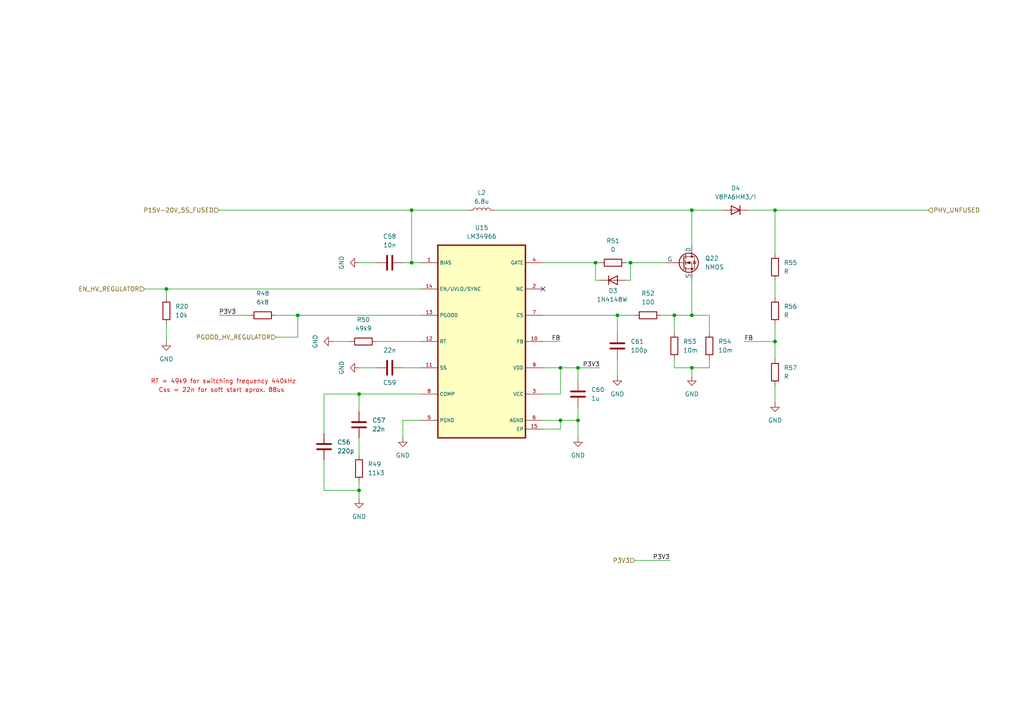
<source format=kicad_sch>
(kicad_sch (version 20231120) (generator "eeschema") (generator_version "8.0")
  (paper "A4")
  (lib_symbols
    (symbol "10_ICs:LM34966"
      (property "Reference" "U15" (at 12.7 5.08 0))
      (property "Value" "LM34966" (at 12.7 2.54 0))
      (symbol "LM34966_0_0"
        (rectangle (start 0 0) (end 25.4 -55.88) (stroke (width 0.41)) (fill (type background)))
      )
      (symbol "LM34966_1_0"
        (pin bidirectional line (at -5.08 -5.08 0) (length 5.08) (name "BIAS") (number "1"))
        (pin bidirectional line (at 30.48 -27.94 180) (length 5.08) (name "FB") (number "10"))
        (pin bidirectional line (at -5.08 -35.56 0) (length 5.08) (name "SS") (number "11"))
        (pin bidirectional line (at -5.08 -27.94 0) (length 5.08) (name "RT") (number "12"))
        (pin bidirectional line (at -5.08 -20.32 0) (length 5.08) (name "PGOOD") (number "13"))
        (pin bidirectional line (at -5.08 -12.7 0) (length 5.08) (name "EN/UVLO/SYNC") (number "14"))
        (pin bidirectional line (at 30.48 -53.34 180) (length 5.08) (name "EP") (number "15"))
        (pin bidirectional line (at 30.48 -12.7 180) (length 5.08) (name "NC") (number "2"))
        (pin bidirectional line (at 30.48 -43.18 180) (length 5.08) (name "VCC") (number "3"))
        (pin bidirectional line (at 30.48 -5.08 180) (length 5.08) (name "GATE") (number "4"))
        (pin bidirectional line (at -5.08 -50.8 0) (length 5.08) (name "PGND") (number "5"))
        (pin bidirectional line (at 30.48 -50.8 180) (length 5.08) (name "AGND") (number "6"))
        (pin bidirectional line (at 30.48 -20.32 180) (length 5.08) (name "CS") (number "7"))
        (pin bidirectional line (at -5.08 -43.18 0) (length 5.08) (name "COMP") (number "8"))
        (pin bidirectional line (at 30.48 -35.56 180) (length 5.08) (name "VDD") (number "9"))
      )
    )
    (symbol "Device:C" (pin_numbers hide) (pin_names (offset 0.254))
      (property "Reference" "C" (at 0.635 2.54 0))
      (property "Value" "C" (at 0.635 -2.54 0))
      (symbol "C_0_1"
        (polyline (pts (xy -2.032 -0.762) (xy 2.032 -0.762)) (stroke (width 0.508)))
        (polyline (pts (xy -2.032 0.762) (xy 2.032 0.762)) (stroke (width 0.508)))
      )
      (symbol "C_1_1"
        (pin passive line (at 0 3.81 270) (length 2.794) (name "~") (number "1"))
        (pin passive line (at 0 -3.81 90) (length 2.794) (name "~") (number "2"))
      )
    )
    (symbol "Device:D" (pin_numbers hide) (pin_names (offset 1.016) hide)
      (property "Reference" "D" (at 0 2.54 0))
      (property "Value" "D" (at 0 -2.54 0))
      (symbol "D_0_1"
        (polyline (pts (xy -1.27 1.27) (xy -1.27 -1.27)) (stroke (width 0.254)))
        (polyline (pts (xy 1.27 0) (xy -1.27 0)))
        (polyline (pts (xy 1.27 1.27) (xy 1.27 -1.27) (xy -1.27 0) (xy 1.27 1.27)) (stroke (width 0.254)))
      )
      (symbol "D_1_1"
        (pin passive line (at -3.81 0 0) (length 2.54) (name "K") (number "1"))
        (pin passive line (at 3.81 0 180) (length 2.54) (name "A") (number "2"))
      )
    )
    (symbol "Device:L" (pin_numbers hide) (pin_names (offset 1.016) hide)
      (property "Reference" "L" (at -1.27 0 90))
      (property "Value" "L" (at 1.905 0 90))
      (symbol "L_0_1"
        (arc (start 0 -2.54) (mid 0.6323 -1.905) (end 0 -1.27))
        (arc (start 0 -1.27) (mid 0.6323 -0.635) (end 0 0))
        (arc (start 0 0) (mid 0.6323 0.635) (end 0 1.27))
        (arc (start 0 1.27) (mid 0.6323 1.905) (end 0 2.54))
      )
      (symbol "L_1_1"
        (pin passive line (at 0 3.81 270) (length 1.27) (name "1") (number "1"))
        (pin passive line (at 0 -3.81 90) (length 1.27) (name "2") (number "2"))
      )
    )
    (symbol "Device:R" (pin_numbers hide) (pin_names (offset 0))
      (property "Reference" "R" (at 2.032 0 90))
      (property "Value" "R" (at 0 0 90))
      (symbol "R_0_1"
        (rectangle (start -1.016 -2.54) (end 1.016 2.54) (stroke (width 0.254)))
      )
      (symbol "R_1_1"
        (pin passive line (at 0 3.81 270) (length 1.27) (name "~") (number "1"))
        (pin passive line (at 0 -3.81 90) (length 1.27) (name "~") (number "2"))
      )
    )
    (symbol "Simulation_SPICE:NMOS" (pin_numbers hide) (pin_names (offset 0))
      (property "Reference" "Q" (at 5.08 1.27 0))
      (property "Value" "NMOS" (at 5.08 -1.27 0))
      (symbol "NMOS_0_1"
        (polyline (pts (xy 0.254 0) (xy -2.54 0)))
        (polyline (pts (xy 0.254 1.905) (xy 0.254 -1.905)) (stroke (width 0.254)))
        (polyline (pts (xy 0.762 -1.27) (xy 0.762 -2.286)) (stroke (width 0.254)))
        (polyline (pts (xy 0.762 0.508) (xy 0.762 -0.508)) (stroke (width 0.254)))
        (polyline (pts (xy 0.762 2.286) (xy 0.762 1.27)) (stroke (width 0.254)))
        (polyline (pts (xy 2.54 2.54) (xy 2.54 1.778)))
        (polyline (pts (xy 2.54 -2.54) (xy 2.54 0) (xy 0.762 0)))
        (polyline (pts (xy 0.762 -1.778) (xy 3.302 -1.778) (xy 3.302 1.778) (xy 0.762 1.778)))
        (polyline (pts (xy 1.016 0) (xy 2.032 0.381) (xy 2.032 -0.381) (xy 1.016 0)) (fill (type outline)))
        (polyline (pts (xy 2.794 0.508) (xy 2.921 0.381) (xy 3.683 0.381) (xy 3.81 0.254)))
        (polyline (pts (xy 3.302 0.381) (xy 2.921 -0.254) (xy 3.683 -0.254) (xy 3.302 0.381)))
        (circle (center 1.651 0) (radius 2.794) (stroke (width 0.254)))
        (circle (center 2.54 -1.778) (radius 0.254) (fill (type outline)))
        (circle (center 2.54 1.778) (radius 0.254) (fill (type outline)))
      )
      (symbol "NMOS_1_1"
        (pin passive line (at 2.54 5.08 270) (length 2.54) (name "D") (number "1"))
        (pin input line (at -5.08 0 0) (length 2.54) (name "G") (number "2"))
        (pin passive line (at 2.54 -5.08 90) (length 2.54) (name "S") (number "3"))
      )
    )
    (symbol "power:GND" (power) (pin_numbers hide) (pin_names (offset 0) hide)
      (property "Value" "GND" (at 0 -3.81 0))
      (symbol "GND_0_1"
        (polyline (pts (xy 0 0) (xy 0 -1.27) (xy 1.27 -1.27) (xy 0 -2.54) (xy -1.27 -1.27) (xy 0 -1.27)))
      )
      (symbol "GND_1_1"
        (pin power_in line (at 0 0 270) (length 0) (name "~") (number "1"))
      )
    )
  )
  (junction (at 104.14 142.24))
  (junction (at 195.58 91.44))
  (junction (at 200.66 60.96))
  (junction (at 162.56 106.68))
  (junction (at 200.66 91.44))
  (junction (at 224.79 60.96))
  (junction (at 162.56 121.92))
  (junction (at 119.38 76.2))
  (junction (at 104.14 114.3))
  (junction (at 200.66 106.68))
  (junction (at 167.64 121.92))
  (junction (at 224.79 99.06))
  (junction (at 86.36 91.44))
  (junction (at 48.26 83.82))
  (junction (at 167.64 106.68))
  (junction (at 179.07 91.44))
  (junction (at 172.72 76.2))
  (junction (at 119.38 60.96))
  (junction (at 182.88 76.2))
  (no_connect (at 157.48 83.82))
  (wire (pts (xy 224.79 60.96) (xy 224.79 73.66)))
  (wire (pts (xy 135.89 60.96) (xy 119.38 60.96)))
  (wire (pts (xy 195.58 106.68) (xy 200.66 106.68)))
  (wire (pts (xy 162.56 114.3) (xy 162.56 106.68)))
  (wire (pts (xy 116.84 127) (xy 116.84 121.92)))
  (wire (pts (xy 167.64 110.49) (xy 167.64 106.68)))
  (wire (pts (xy 182.88 81.28) (xy 182.88 76.2)))
  (wire (pts (xy 215.9 99.06) (xy 224.79 99.06)))
  (wire (pts (xy 224.79 93.98) (xy 224.79 99.06)))
  (wire (pts (xy 157.48 99.06) (xy 162.56 99.06)))
  (wire (pts (xy 104.14 139.7) (xy 104.14 142.24)))
  (wire (pts (xy 96.52 99.06) (xy 101.6 99.06)))
  (wire (pts (xy 93.98 125.73) (xy 93.98 114.3)))
  (wire (pts (xy 86.36 91.44) (xy 121.92 91.44)))
  (wire (pts (xy 172.72 76.2) (xy 173.99 76.2)))
  (wire (pts (xy 80.01 97.79) (xy 86.36 97.79)))
  (wire (pts (xy 224.79 99.06) (xy 224.79 104.14)))
  (wire (pts (xy 200.66 81.28) (xy 200.66 91.44)))
  (wire (pts (xy 224.79 111.76) (xy 224.79 116.84)))
  (wire (pts (xy 104.14 142.24) (xy 104.14 144.78)))
  (wire (pts (xy 157.48 91.44) (xy 179.07 91.44)))
  (wire (pts (xy 167.64 118.11) (xy 167.64 121.92)))
  (wire (pts (xy 181.61 81.28) (xy 182.88 81.28)))
  (wire (pts (xy 119.38 76.2) (xy 121.92 76.2)))
  (wire (pts (xy 173.99 81.28) (xy 172.72 81.28)))
  (wire (pts (xy 93.98 142.24) (xy 104.14 142.24)))
  (wire (pts (xy 80.01 91.44) (xy 86.36 91.44)))
  (wire (pts (xy 224.79 60.96) (xy 269.24 60.96)))
  (wire (pts (xy 104.14 106.68) (xy 109.22 106.68)))
  (wire (pts (xy 167.64 121.92) (xy 162.56 121.92)))
  (wire (pts (xy 119.38 60.96) (xy 119.38 76.2)))
  (wire (pts (xy 200.66 106.68) (xy 205.74 106.68)))
  (wire (pts (xy 195.58 91.44) (xy 195.58 96.52)))
  (wire (pts (xy 200.66 60.96) (xy 209.55 60.96)))
  (wire (pts (xy 48.26 99.06) (xy 48.26 93.98)))
  (wire (pts (xy 116.84 76.2) (xy 119.38 76.2)))
  (wire (pts (xy 109.22 99.06) (xy 121.92 99.06)))
  (wire (pts (xy 143.51 60.96) (xy 200.66 60.96)))
  (wire (pts (xy 157.48 106.68) (xy 162.56 106.68)))
  (wire (pts (xy 116.84 106.68) (xy 121.92 106.68)))
  (wire (pts (xy 157.48 76.2) (xy 172.72 76.2)))
  (wire (pts (xy 93.98 133.35) (xy 93.98 142.24)))
  (wire (pts (xy 116.84 121.92) (xy 121.92 121.92)))
  (wire (pts (xy 182.88 76.2) (xy 193.04 76.2)))
  (wire (pts (xy 162.56 121.92) (xy 157.48 121.92)))
  (wire (pts (xy 181.61 76.2) (xy 182.88 76.2)))
  (wire (pts (xy 205.74 96.52) (xy 205.74 91.44)))
  (wire (pts (xy 86.36 97.79) (xy 86.36 91.44)))
  (wire (pts (xy 179.07 91.44) (xy 184.15 91.44)))
  (wire (pts (xy 167.64 121.92) (xy 167.64 127)))
  (wire (pts (xy 48.26 83.82) (xy 121.92 83.82)))
  (wire (pts (xy 63.5 60.96) (xy 119.38 60.96)))
  (wire (pts (xy 162.56 106.68) (xy 167.64 106.68)))
  (wire (pts (xy 162.56 124.46) (xy 162.56 121.92)))
  (wire (pts (xy 195.58 91.44) (xy 200.66 91.44)))
  (wire (pts (xy 157.48 124.46) (xy 162.56 124.46)))
  (wire (pts (xy 157.48 114.3) (xy 162.56 114.3)))
  (wire (pts (xy 217.17 60.96) (xy 224.79 60.96)))
  (wire (pts (xy 172.72 81.28) (xy 172.72 76.2)))
  (wire (pts (xy 63.5 91.44) (xy 72.39 91.44)))
  (wire (pts (xy 41.91 83.82) (xy 48.26 83.82)))
  (wire (pts (xy 104.14 127) (xy 104.14 132.08)))
  (wire (pts (xy 205.74 106.68) (xy 205.74 104.14)))
  (wire (pts (xy 200.66 106.68) (xy 200.66 109.22)))
  (wire (pts (xy 104.14 114.3) (xy 121.92 114.3)))
  (wire (pts (xy 179.07 91.44) (xy 179.07 96.52)))
  (wire (pts (xy 191.77 91.44) (xy 195.58 91.44)))
  (wire (pts (xy 93.98 114.3) (xy 104.14 114.3)))
  (wire (pts (xy 48.26 83.82) (xy 48.26 86.36)))
  (wire (pts (xy 104.14 76.2) (xy 109.22 76.2)))
  (wire (pts (xy 200.66 71.12) (xy 200.66 60.96)))
  (wire (pts (xy 195.58 104.14) (xy 195.58 106.68)))
  (wire (pts (xy 184.15 162.56) (xy 194.31 162.56)))
  (wire (pts (xy 224.79 81.28) (xy 224.79 86.36)))
  (wire (pts (xy 104.14 119.38) (xy 104.14 114.3)))
  (wire (pts (xy 205.74 91.44) (xy 200.66 91.44)))
  (wire (pts (xy 167.64 106.68) (xy 173.99 106.68)))
  (wire (pts (xy 179.07 104.14) (xy 179.07 109.22)))
  (text "Css = 22n for soft start aprox. 88us\n\n" (at 64.262 114.3 0) (effects (font (size 1.27 1.27))))
  (text "RT = 49k9 for switching frequency 440kHz\n" (at 64.77 110.744 0) (effects (font (size 1.27 1.27))))
  (label "P3V3" (at 173.99 106.68 180))
  (label "P3V3" (at 63.5 91.44 0))
  (label "FB" (at 162.56 99.06 180))
  (label "P3V3" (at 194.31 162.56 180))
  (label "FB" (at 215.9 99.06 0))
  (hierarchical_label "PHV_UNFUSED" (shape input) (at 269.24 60.96 0))
  (hierarchical_label "PGOOD_HV_REGULATOR" (shape input) (at 80.01 97.79 180))
  (hierarchical_label "P15V-20V_5S_FUSED" (shape input) (at 63.5 60.96 180))
  (hierarchical_label "EN_HV_REGULATOR" (shape input) (at 41.91 83.82 180))
  (hierarchical_label "P3V3" (shape input) (at 184.15 162.56 180))
  (symbol (lib_id "Device:C") (at 113.03 106.68 270) (unit 1)
    (property "Reference" "C59" (at 113.03 110.998 90))
    (property "Value" "22n" (at 113.03 101.6 90))
    (property "Footprint" "Capacitor_SMD:C_0603_1608Metric_Pad1.08x0.95mm_HandSolder" (effects (hide yes)))
    (property "Description" "Unpolarized capacitor" (effects (hide yes)))
  )
  (symbol (lib_id "Device:R") (at 195.58 100.33 0) (unit 1)
    (property "Reference" "R53" (at 198.12 99.0599 0) (effects (justify left)))
    (property "Value" "10m" (at 198.12 101.5999 0) (effects (justify left)))
    (property "Footprint" "Resistor_SMD:R_0603_1608Metric_Pad0.98x0.95mm_HandSolder" (effects (hide yes)))
    (property "Datasheet" "https://eu.mouser.com/ProductDetail/Bussmann-Eaton/MFL0603R0100FA?qs=sGAEpiMZZMtlleCFQhR%2FzX%2FMoTUoyF2nsJoSKa0HvBn6AmlRP7WW6Q%3D%3D" (effects (hide yes)))
    (property "Description" "Resistor" (effects (hide yes)))
  )
  (symbol (lib_id "Device:R") (at 76.2 91.44 90) (unit 1)
    (property "Reference" "R48" (at 76.2 85.09 90))
    (property "Value" "6k8" (at 76.2 87.63 90))
    (property "Footprint" "Resistor_SMD:R_0603_1608Metric_Pad0.98x0.95mm_HandSolder" (effects (hide yes)))
    (property "Description" "Resistor" (effects (hide yes)))
  )
  (symbol (lib_id "Device:R") (at 48.26 90.17 0) (unit 1)
    (property "Reference" "R20" (at 50.8 88.8999 0) (effects (justify left)))
    (property "Value" "10k" (at 50.8 91.4399 0) (effects (justify left)))
    (property "Footprint" "Resistor_SMD:R_0603_1608Metric_Pad0.98x0.95mm_HandSolder" (effects (hide yes)))
    (property "Description" "Resistor" (effects (hide yes)))
  )
  (symbol (lib_id "Device:C") (at 104.14 123.19 180) (unit 1)
    (property "Reference" "C57" (at 107.95 121.9199 0) (effects (justify right)))
    (property "Value" "22n" (at 107.95 124.4599 0) (effects (justify right)))
    (property "Footprint" "Capacitor_SMD:C_0603_1608Metric_Pad1.08x0.95mm_HandSolder" (effects (hide yes)))
    (property "Description" "Unpolarized capacitor" (effects (hide yes)))
  )
  (symbol (lib_id "Device:C") (at 93.98 129.54 180) (unit 1)
    (property "Reference" "C56" (at 97.79 128.2699 0) (effects (justify right)))
    (property "Value" "220p" (at 97.79 130.8099 0) (effects (justify right)))
    (property "Footprint" "Capacitor_SMD:C_0603_1608Metric_Pad1.08x0.95mm_HandSolder" (effects (hide yes)))
    (property "Description" "Unpolarized capacitor" (effects (hide yes)))
  )
  (symbol (lib_id "power:GND") (at 200.66 109.22 0) (unit 1)
    (property "Reference" "#PWR081" (effects (hide yes)))
    (property "Value" "GND" (at 200.66 114.3 0))
    (property "Description" "Power symbol creates a global label with name \"GND\" , ground" (effects (hide yes)))
  )
  (symbol (lib_id "Device:R") (at 177.8 76.2 90) (unit 1)
    (property "Reference" "R51" (at 177.8 69.85 90))
    (property "Value" "0" (at 177.8 72.39 90))
    (property "Footprint" "Resistor_SMD:R_0603_1608Metric_Pad0.98x0.95mm_HandSolder" (effects (hide yes)))
    (property "Description" "Resistor" (effects (hide yes)))
  )
  (symbol (lib_id "power:GND") (at 104.14 144.78 0) (unit 1)
    (property "Reference" "#PWR077" (effects (hide yes)))
    (property "Value" "GND" (at 104.14 149.86 0))
    (property "Description" "Power symbol creates a global label with name \"GND\" , ground" (effects (hide yes)))
  )
  (symbol (lib_id "Device:R") (at 224.79 107.95 0) (unit 1)
    (property "Reference" "R57" (at 227.33 106.6799 0) (effects (justify left)))
    (property "Value" "R" (at 227.33 109.2199 0) (effects (justify left)))
    (property "Footprint" "Resistor_SMD:R_0603_1608Metric_Pad0.98x0.95mm_HandSolder" (effects (hide yes)))
    (property "Description" "Resistor" (effects (hide yes)))
  )
  (symbol (lib_id "power:GND") (at 104.14 106.68 270) (unit 1)
    (property "Reference" "#PWR076" (effects (hide yes)))
    (property "Value" "GND" (at 99.06 106.68 0))
    (property "Description" "Power symbol creates a global label with name \"GND\" , ground" (effects (hide yes)))
  )
  (symbol (lib_id "Device:R") (at 104.14 135.89 180) (unit 1)
    (property "Reference" "R49" (at 106.68 134.6199 0) (effects (justify right)))
    (property "Value" "11k3" (at 106.68 137.1599 0) (effects (justify right)))
    (property "Footprint" "Capacitor_SMD:C_0603_1608Metric_Pad1.08x0.95mm_HandSolder" (effects (hide yes)))
    (property "Description" "Resistor" (effects (hide yes)))
  )
  (symbol (lib_id "10_ICs:LM34966") (at 127 71.12 0) (unit 1)
    (property "Reference" "U15" (at 139.7 66.04 0))
    (property "Value" "LM34966" (at 139.7 68.58 0))
    (property "Footprint" "Package_SO:HTSSOP-14-1EP_4.4x5mm_P0.65mm_EP3.4x5mm_Mask3x3.1mm_ThermalVias" (effects (hide yes)))
  )
  (symbol (lib_id "Device:C") (at 179.07 100.33 0) (unit 1)
    (property "Reference" "C61" (at 182.88 99.0599 0) (effects (justify left)))
    (property "Value" "100p" (at 182.88 101.5999 0) (effects (justify left)))
    (property "Footprint" "Capacitor_SMD:C_0603_1608Metric_Pad1.08x0.95mm_HandSolder" (effects (hide yes)))
    (property "Description" "Unpolarized capacitor" (effects (hide yes)))
  )
  (symbol (lib_id "Device:R") (at 105.41 99.06 270) (unit 1)
    (property "Reference" "R50" (at 105.41 92.71 90))
    (property "Value" "49k9" (at 105.41 95.25 90))
    (property "Footprint" "Resistor_SMD:R_0603_1608Metric_Pad0.98x0.95mm_HandSolder" (effects (hide yes)))
    (property "Description" "Resistor" (effects (hide yes)))
  )
  (symbol (lib_id "power:GND") (at 179.07 109.22 0) (unit 1)
    (property "Reference" "#PWR080" (effects (hide yes)))
    (property "Value" "GND" (at 179.07 114.3 0))
    (property "Description" "Power symbol creates a global label with name \"GND\" , ground" (effects (hide yes)))
  )
  (symbol (lib_id "power:GND") (at 96.52 99.06 270) (unit 1)
    (property "Reference" "#PWR074" (effects (hide yes)))
    (property "Value" "GND" (at 91.44 99.06 0))
    (property "Description" "Power symbol creates a global label with name \"GND\" , ground" (effects (hide yes)))
  )
  (symbol (lib_id "Device:R") (at 224.79 77.47 0) (unit 1)
    (property "Reference" "R55" (at 227.33 76.1999 0) (effects (justify left)))
    (property "Value" "R" (at 227.33 78.7399 0) (effects (justify left)))
    (property "Footprint" "Resistor_SMD:R_0603_1608Metric_Pad0.98x0.95mm_HandSolder" (effects (hide yes)))
    (property "Description" "Resistor" (effects (hide yes)))
  )
  (symbol (lib_id "Device:D") (at 213.36 60.96 180) (unit 1)
    (property "Reference" "D4" (at 213.36 54.61 0))
    (property "Value" "V8PA6HM3/I" (at 213.36 57.15 0))
    (property "Footprint" "Diode_SMD:Vishay_SMPA" (effects (hide yes)))
    (property "Datasheet" "https://cz.mouser.com/ProductDetail/Vishay-General-Semiconductor/V8PA6HM3-I?qs=b%252B2mHxW%2Fy4Va%252BzY9SymevA%3D%3D" (effects (hide yes)))
    (property "Description" "Diode" (effects (hide yes)))
    (property "Sim.Device" "D" (effects (hide yes)))
    (property "Sim.Pins" "1=K 2=A" (effects (hide yes)))
  )
  (symbol (lib_id "Device:R") (at 224.79 90.17 0) (unit 1)
    (property "Reference" "R56" (at 227.33 88.8999 0) (effects (justify left)))
    (property "Value" "R" (at 227.33 91.4399 0) (effects (justify left)))
    (property "Footprint" "Resistor_SMD:R_0603_1608Metric_Pad0.98x0.95mm_HandSolder" (effects (hide yes)))
    (property "Description" "Resistor" (effects (hide yes)))
  )
  (symbol (lib_id "power:GND") (at 116.84 127 0) (unit 1)
    (property "Reference" "#PWR078" (effects (hide yes)))
    (property "Value" "GND" (at 116.84 132.08 0))
    (property "Description" "Power symbol creates a global label with name \"GND\" , ground" (effects (hide yes)))
  )
  (symbol (lib_id "Device:R") (at 205.74 100.33 0) (unit 1)
    (property "Reference" "R54" (at 208.28 99.0599 0) (effects (justify left)))
    (property "Value" "10m" (at 208.28 101.5999 0) (effects (justify left)))
    (property "Footprint" "Resistor_SMD:R_0603_1608Metric_Pad0.98x0.95mm_HandSolder" (effects (hide yes)))
    (property "Datasheet" "https://eu.mouser.com/ProductDetail/Bussmann-Eaton/MFL0603R0100FA?qs=sGAEpiMZZMtlleCFQhR%2FzX%2FMoTUoyF2nsJoSKa0HvBn6AmlRP7WW6Q%3D%3D" (effects (hide yes)))
    (property "Description" "Resistor" (effects (hide yes)))
  )
  (symbol (lib_id "power:GND") (at 167.64 127 0) (unit 1)
    (property "Reference" "#PWR079" (effects (hide yes)))
    (property "Value" "GND" (at 167.64 132.08 0))
    (property "Description" "Power symbol creates a global label with name \"GND\" , ground" (effects (hide yes)))
  )
  (symbol (lib_id "Device:D") (at 177.8 81.28 0) (unit 1)
    (property "Reference" "D3" (at 177.8 84.328 0))
    (property "Value" "1N4148W" (at 177.546 86.868 0))
    (property "Footprint" "Diode_SMD:D_SOD-123" (effects (hide yes)))
    (property "Datasheet" "https://cz.mouser.com/ProductDetail/Diodes-Incorporated/1N4148W-7-F?qs=LHX0FizJzg7Ae9ZM8LTAWw%3D%3D&srsltid=AfmBOorMVh9aQCQJXlRmu5q-x4k63j0_Z9czWefQ9uFlGwFx4R5vInln" (effects (hide yes)))
    (property "Description" "Diode" (effects (hide yes)))
    (property "Sim.Device" "D" (effects (hide yes)))
    (property "Sim.Pins" "1=K 2=A" (effects (hide yes)))
  )
  (symbol (lib_id "Device:R") (at 187.96 91.44 90) (unit 1)
    (property "Reference" "R52" (at 187.96 85.09 90))
    (property "Value" "100" (at 187.96 87.63 90))
    (property "Footprint" "Resistor_SMD:R_0603_1608Metric_Pad0.98x0.95mm_HandSolder" (effects (hide yes)))
    (property "Description" "Resistor" (effects (hide yes)))
  )
  (symbol (lib_id "Simulation_SPICE:NMOS") (at 198.12 76.2 0) (unit 1)
    (property "Reference" "Q22" (at 204.47 74.9299 0) (effects (justify left)))
    (property "Value" "NMOS" (at 204.47 77.4699 0) (effects (justify left)))
    (property "Footprint" "Package_TO_SOT_SMD:SOT-223-3_TabPin2" (effects (hide yes)))
    (property "Datasheet" "https://cz.mouser.com/ProductDetail/Diodes-Incorporated/DMN6069SE-13?qs=y6ZabgHbY%252BxxJPeGPFEm5g%3D%3D" (effects (hide yes)))
    (property "Description" "DMN6069SE-13" (effects (hide yes)))
    (property "Sim.Device" "NMOS" (effects (hide yes)))
    (property "Sim.Type" "VDMOS" (effects (hide yes)))
    (property "Sim.Pins" "1=D 2=G 3=S" (effects (hide yes)))
  )
  (symbol (lib_id "power:GND") (at 104.14 76.2 270) (unit 1)
    (property "Reference" "#PWR075" (effects (hide yes)))
    (property "Value" "GND" (at 99.06 76.2 0))
    (property "Description" "Power symbol creates a global label with name \"GND\" , ground" (effects (hide yes)))
  )
  (symbol (lib_id "Device:L") (at 139.7 60.96 90) (unit 1)
    (property "Reference" "L2" (at 139.7 55.88 90))
    (property "Value" "6.8u" (at 139.7 58.42 90))
    (property "Footprint" "Inductor_SMD:L_Bourns-SRN8040_8x8.15mm" (effects (hide yes)))
    (property "Datasheet" "https://cz.mouser.com/ProductDetail/ABRACON/ASPIAIG-S8050-6R8M-T?qs=l%2FgYmo23PNPNrTLXodySdQ%3D%3D" (effects (hide yes)))
    (property "Description" "Inductor" (effects (hide yes)))
  )
  (symbol (lib_id "Device:C") (at 113.03 76.2 270) (unit 1)
    (property "Reference" "C58" (at 113.03 68.58 90))
    (property "Value" "10n" (at 113.03 71.12 90))
    (property "Footprint" "Capacitor_SMD:C_0603_1608Metric_Pad1.08x0.95mm_HandSolder" (effects (hide yes)))
    (property "Description" "Unpolarized capacitor" (effects (hide yes)))
  )
  (symbol (lib_id "power:GND") (at 48.26 99.06 0) (unit 1)
    (property "Reference" "#PWR073" (effects (hide yes)))
    (property "Value" "GND" (at 48.26 104.14 0))
    (property "Description" "Power symbol creates a global label with name \"GND\" , ground" (effects (hide yes)))
  )
  (symbol (lib_id "power:GND") (at 224.79 116.84 0) (unit 1)
    (property "Reference" "#PWR082" (effects (hide yes)))
    (property "Value" "GND" (at 224.79 121.92 0))
    (property "Description" "Power symbol creates a global label with name \"GND\" , ground" (effects (hide yes)))
  )
  (symbol (lib_id "Device:C") (at 167.64 114.3 180) (unit 1)
    (property "Reference" "C60" (at 171.45 113.0299 0) (effects (justify right)))
    (property "Value" "1u" (at 171.45 115.5699 0) (effects (justify right)))
    (property "Footprint" "Capacitor_SMD:C_0805_2012Metric_Pad1.18x1.45mm_HandSolder" (effects (hide yes)))
    (property "Description" "Unpolarized capacitor" (effects (hide yes)))
  )
)
</source>
